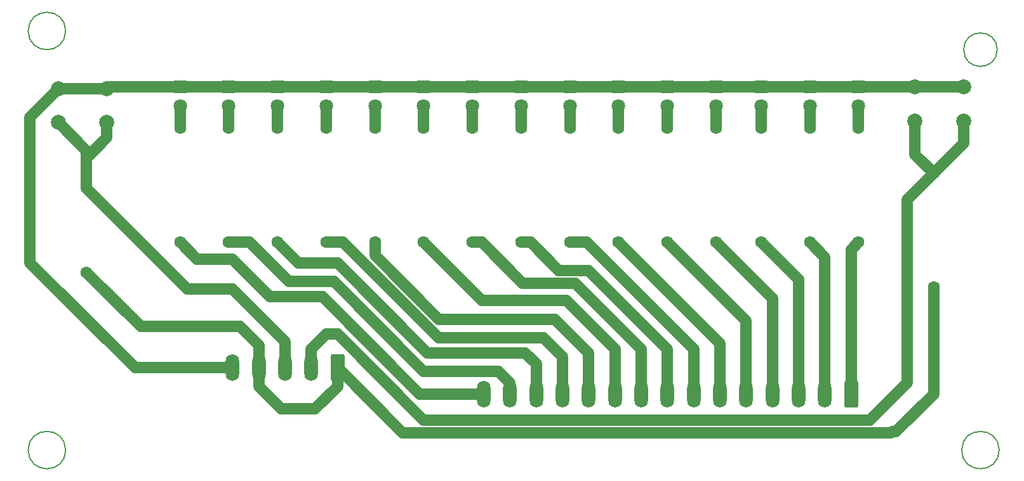
<source format=gbr>
%TF.GenerationSoftware,KiCad,Pcbnew,9.0.2*%
%TF.CreationDate,2025-11-24T17:40:38+01:00*%
%TF.ProjectId,juego-ping-pong,6a756567-6f2d-4706-996e-672d706f6e67,rev?*%
%TF.SameCoordinates,Original*%
%TF.FileFunction,Copper,L1,Top*%
%TF.FilePolarity,Positive*%
%FSLAX46Y46*%
G04 Gerber Fmt 4.6, Leading zero omitted, Abs format (unit mm)*
G04 Created by KiCad (PCBNEW 9.0.2) date 2025-11-24 17:40:38*
%MOMM*%
%LPD*%
G01*
G04 APERTURE LIST*
G04 Aperture macros list*
%AMRoundRect*
0 Rectangle with rounded corners*
0 $1 Rounding radius*
0 $2 $3 $4 $5 $6 $7 $8 $9 X,Y pos of 4 corners*
0 Add a 4 corners polygon primitive as box body*
4,1,4,$2,$3,$4,$5,$6,$7,$8,$9,$2,$3,0*
0 Add four circle primitives for the rounded corners*
1,1,$1+$1,$2,$3*
1,1,$1+$1,$4,$5*
1,1,$1+$1,$6,$7*
1,1,$1+$1,$8,$9*
0 Add four rect primitives between the rounded corners*
20,1,$1+$1,$2,$3,$4,$5,0*
20,1,$1+$1,$4,$5,$6,$7,0*
20,1,$1+$1,$6,$7,$8,$9,0*
20,1,$1+$1,$8,$9,$2,$3,0*%
G04 Aperture macros list end*
%TA.AperFunction,NonConductor*%
%ADD10C,0.200000*%
%TD*%
%TA.AperFunction,ComponentPad*%
%ADD11R,1.800000X1.800000*%
%TD*%
%TA.AperFunction,ComponentPad*%
%ADD12C,1.800000*%
%TD*%
%TA.AperFunction,ComponentPad*%
%ADD13C,1.600000*%
%TD*%
%TA.AperFunction,ComponentPad*%
%ADD14C,2.000000*%
%TD*%
%TA.AperFunction,ComponentPad*%
%ADD15RoundRect,0.250000X0.650000X1.550000X-0.650000X1.550000X-0.650000X-1.550000X0.650000X-1.550000X0*%
%TD*%
%TA.AperFunction,ComponentPad*%
%ADD16O,1.800000X3.600000*%
%TD*%
%TA.AperFunction,Conductor*%
%ADD17C,1.500000*%
%TD*%
G04 APERTURE END LIST*
D10*
X84000000Y-64500000D02*
G75*
G02*
X79000000Y-64500000I-2500000J0D01*
G01*
X79000000Y-64500000D02*
G75*
G02*
X84000000Y-64500000I2500000J0D01*
G01*
X84000000Y-120500000D02*
G75*
G02*
X79000000Y-120500000I-2500000J0D01*
G01*
X79000000Y-120500000D02*
G75*
G02*
X84000000Y-120500000I2500000J0D01*
G01*
X208500000Y-120500000D02*
G75*
G02*
X203500000Y-120500000I-2500000J0D01*
G01*
X203500000Y-120500000D02*
G75*
G02*
X208500000Y-120500000I2500000J0D01*
G01*
X208236068Y-67000000D02*
G75*
G02*
X203763932Y-67000000I-2236068J0D01*
G01*
X203763932Y-67000000D02*
G75*
G02*
X208236068Y-67000000I2236068J0D01*
G01*
D11*
%TO.P,D12,1,K*%
%TO.N,GND*%
X170750000Y-72000000D03*
D12*
%TO.P,D12,2,A*%
%TO.N,Net-(D12-A)*%
X170750000Y-74540000D03*
%TD*%
D13*
%TO.P,R7,1*%
%TO.N,Net-(J1-Pin_9)*%
X138250000Y-92740000D03*
%TO.P,R7,2*%
%TO.N,Net-(D7-A)*%
X138250000Y-77500000D03*
%TD*%
D11*
%TO.P,D2,1,K*%
%TO.N,GND*%
X105750000Y-72000000D03*
D12*
%TO.P,D2,2,A*%
%TO.N,Net-(D2-A)*%
X105750000Y-74540000D03*
%TD*%
D13*
%TO.P,R16,1*%
%TO.N,Net-(J2-Pin_1)*%
X86750000Y-96740000D03*
%TO.P,R16,2*%
%TO.N,/A4*%
X86750000Y-81500000D03*
%TD*%
%TO.P,R6,1*%
%TO.N,Net-(J1-Pin_10)*%
X131750000Y-92740000D03*
%TO.P,R6,2*%
%TO.N,Net-(D6-A)*%
X131750000Y-77500000D03*
%TD*%
%TO.P,R14,1*%
%TO.N,Net-(J1-Pin_2)*%
X183250000Y-92740000D03*
%TO.P,R14,2*%
%TO.N,Net-(D14-A)*%
X183250000Y-77500000D03*
%TD*%
%TO.P,R4,1*%
%TO.N,Net-(J1-Pin_12)*%
X118750000Y-92740000D03*
%TO.P,R4,2*%
%TO.N,Net-(D4-A)*%
X118750000Y-77500000D03*
%TD*%
%TO.P,R13,1*%
%TO.N,Net-(J1-Pin_3)*%
X176750000Y-92740000D03*
%TO.P,R13,2*%
%TO.N,Net-(D13-A)*%
X176750000Y-77500000D03*
%TD*%
%TO.P,R9,1*%
%TO.N,Net-(J1-Pin_7)*%
X151250000Y-92740000D03*
%TO.P,R9,2*%
%TO.N,Net-(D9-A)*%
X151250000Y-77500000D03*
%TD*%
D11*
%TO.P,D10,1,K*%
%TO.N,GND*%
X157750000Y-72000000D03*
D12*
%TO.P,D10,2,A*%
%TO.N,Net-(D10-A)*%
X157750000Y-74540000D03*
%TD*%
D11*
%TO.P,D15,1,K*%
%TO.N,GND*%
X189750000Y-72000000D03*
D12*
%TO.P,D15,2,A*%
%TO.N,Net-(D15-A)*%
X189750000Y-74540000D03*
%TD*%
D14*
%TO.P,P1,1,A*%
%TO.N,GND*%
X83000000Y-72250000D03*
X89500000Y-72250000D03*
%TO.P,P1,2,B*%
%TO.N,/A4*%
X83000000Y-76750000D03*
X89500000Y-76750000D03*
%TD*%
D13*
%TO.P,R8,1*%
%TO.N,Net-(J1-Pin_8)*%
X144750000Y-92740000D03*
%TO.P,R8,2*%
%TO.N,Net-(D8-A)*%
X144750000Y-77500000D03*
%TD*%
D11*
%TO.P,D8,1,K*%
%TO.N,GND*%
X144750000Y-72000000D03*
D12*
%TO.P,D8,2,A*%
%TO.N,Net-(D8-A)*%
X144750000Y-74540000D03*
%TD*%
D11*
%TO.P,D9,1,K*%
%TO.N,GND*%
X151250000Y-72000000D03*
D12*
%TO.P,D9,2,A*%
%TO.N,Net-(D9-A)*%
X151250000Y-74540000D03*
%TD*%
D13*
%TO.P,R2,1*%
%TO.N,Net-(J1-Pin_14)*%
X105750000Y-92740000D03*
%TO.P,R2,2*%
%TO.N,Net-(D2-A)*%
X105750000Y-77500000D03*
%TD*%
D11*
%TO.P,D5,1,K*%
%TO.N,GND*%
X125250000Y-72000000D03*
D12*
%TO.P,D5,2,A*%
%TO.N,Net-(D5-A)*%
X125250000Y-74540000D03*
%TD*%
D15*
%TO.P,J1,1,Pin_1*%
%TO.N,Net-(J1-Pin_1)*%
X188750000Y-113000000D03*
D16*
%TO.P,J1,2,Pin_2*%
%TO.N,Net-(J1-Pin_2)*%
X185250000Y-113000000D03*
%TO.P,J1,3,Pin_3*%
%TO.N,Net-(J1-Pin_3)*%
X181750000Y-113000000D03*
%TO.P,J1,4,Pin_4*%
%TO.N,Net-(J1-Pin_4)*%
X178250000Y-113000000D03*
%TO.P,J1,5,Pin_5*%
%TO.N,Net-(J1-Pin_5)*%
X174750000Y-113000000D03*
%TO.P,J1,6,Pin_6*%
%TO.N,Net-(J1-Pin_6)*%
X171250000Y-113000000D03*
%TO.P,J1,7,Pin_7*%
%TO.N,Net-(J1-Pin_7)*%
X167750000Y-113000000D03*
%TO.P,J1,8,Pin_8*%
%TO.N,Net-(J1-Pin_8)*%
X164250000Y-113000000D03*
%TO.P,J1,9,Pin_9*%
%TO.N,Net-(J1-Pin_9)*%
X160750000Y-113000000D03*
%TO.P,J1,10,Pin_10*%
%TO.N,Net-(J1-Pin_10)*%
X157250000Y-113000000D03*
%TO.P,J1,11,Pin_11*%
%TO.N,Net-(J1-Pin_11)*%
X153750000Y-113000000D03*
%TO.P,J1,12,Pin_12*%
%TO.N,Net-(J1-Pin_12)*%
X150250000Y-113000000D03*
%TO.P,J1,13,Pin_13*%
%TO.N,Net-(J1-Pin_13)*%
X146750000Y-113000000D03*
%TO.P,J1,14,Pin_14*%
%TO.N,Net-(J1-Pin_14)*%
X143250000Y-113000000D03*
%TO.P,J1,15,Pin_15*%
%TO.N,Net-(J1-Pin_15)*%
X139750000Y-113000000D03*
%TD*%
D13*
%TO.P,R1,1*%
%TO.N,Net-(J1-Pin_15)*%
X99250000Y-92740000D03*
%TO.P,R1,2*%
%TO.N,Net-(D1-A)*%
X99250000Y-77500000D03*
%TD*%
%TO.P,R15,1*%
%TO.N,Net-(J1-Pin_1)*%
X189750000Y-92740000D03*
%TO.P,R15,2*%
%TO.N,Net-(D15-A)*%
X189750000Y-77500000D03*
%TD*%
%TO.P,R11,1*%
%TO.N,Net-(J1-Pin_5)*%
X164250000Y-92740000D03*
%TO.P,R11,2*%
%TO.N,Net-(D11-A)*%
X164250000Y-77500000D03*
%TD*%
D14*
%TO.P,P2,1,A*%
%TO.N,GND*%
X197250000Y-72000000D03*
X203750000Y-72000000D03*
%TO.P,P2,2,B*%
%TO.N,/A5*%
X197250000Y-76500000D03*
X203750000Y-76500000D03*
%TD*%
D13*
%TO.P,R17,1*%
%TO.N,Net-(J2-Pin_1)*%
X199750000Y-98740000D03*
%TO.P,R17,2*%
%TO.N,/A5*%
X199750000Y-83500000D03*
%TD*%
D15*
%TO.P,J2,1,Pin_1*%
%TO.N,Net-(J2-Pin_1)*%
X120250000Y-109500000D03*
D16*
%TO.P,J2,2,Pin_2*%
%TO.N,/A5*%
X116750000Y-109500000D03*
%TO.P,J2,3,Pin_3*%
%TO.N,/A4*%
X113250000Y-109500000D03*
%TO.P,J2,4,Pin_4*%
%TO.N,Net-(J2-Pin_1)*%
X109750000Y-109500000D03*
%TO.P,J2,5,Pin_5*%
%TO.N,GND*%
X106250000Y-109500000D03*
%TD*%
D11*
%TO.P,D11,1,K*%
%TO.N,GND*%
X164250000Y-72000000D03*
D12*
%TO.P,D11,2,A*%
%TO.N,Net-(D11-A)*%
X164250000Y-74540000D03*
%TD*%
D11*
%TO.P,D13,1,K*%
%TO.N,GND*%
X176750000Y-72000000D03*
D12*
%TO.P,D13,2,A*%
%TO.N,Net-(D13-A)*%
X176750000Y-74540000D03*
%TD*%
D11*
%TO.P,D6,1,K*%
%TO.N,GND*%
X131750000Y-72000000D03*
D12*
%TO.P,D6,2,A*%
%TO.N,Net-(D6-A)*%
X131750000Y-74540000D03*
%TD*%
D13*
%TO.P,R3,1*%
%TO.N,Net-(J1-Pin_13)*%
X112250000Y-92740000D03*
%TO.P,R3,2*%
%TO.N,Net-(D3-A)*%
X112250000Y-77500000D03*
%TD*%
D11*
%TO.P,D1,1,K*%
%TO.N,GND*%
X99250000Y-72000000D03*
D12*
%TO.P,D1,2,A*%
%TO.N,Net-(D1-A)*%
X99250000Y-74540000D03*
%TD*%
D11*
%TO.P,D4,1,K*%
%TO.N,GND*%
X118750000Y-72000000D03*
D12*
%TO.P,D4,2,A*%
%TO.N,Net-(D4-A)*%
X118750000Y-74540000D03*
%TD*%
D11*
%TO.P,D14,1,K*%
%TO.N,GND*%
X183250000Y-72000000D03*
D12*
%TO.P,D14,2,A*%
%TO.N,Net-(D14-A)*%
X183250000Y-74540000D03*
%TD*%
D13*
%TO.P,R12,1*%
%TO.N,Net-(J1-Pin_4)*%
X170750000Y-92740000D03*
%TO.P,R12,2*%
%TO.N,Net-(D12-A)*%
X170750000Y-77500000D03*
%TD*%
%TO.P,R10,1*%
%TO.N,Net-(J1-Pin_6)*%
X157750000Y-92740000D03*
%TO.P,R10,2*%
%TO.N,Net-(D10-A)*%
X157750000Y-77500000D03*
%TD*%
D11*
%TO.P,D3,1,K*%
%TO.N,GND*%
X112250000Y-72000000D03*
D12*
%TO.P,D3,2,A*%
%TO.N,Net-(D3-A)*%
X112250000Y-74540000D03*
%TD*%
D13*
%TO.P,R5,1*%
%TO.N,Net-(J1-Pin_11)*%
X125250000Y-92740000D03*
%TO.P,R5,2*%
%TO.N,Net-(D5-A)*%
X125250000Y-77500000D03*
%TD*%
D11*
%TO.P,D7,1,K*%
%TO.N,GND*%
X138250000Y-72000000D03*
D12*
%TO.P,D7,2,A*%
%TO.N,Net-(D7-A)*%
X138250000Y-74540000D03*
%TD*%
D17*
%TO.N,Net-(D1-A)*%
X99250000Y-77500000D02*
X99250000Y-74540000D01*
%TO.N,GND*%
X112250000Y-72000000D02*
X105750000Y-72000000D01*
X203750000Y-72000000D02*
X197250000Y-72000000D01*
X151250000Y-72000000D02*
X144750000Y-72000000D01*
X79250000Y-95500000D02*
X79250000Y-76000000D01*
X89750000Y-72000000D02*
X89500000Y-72250000D01*
X170750000Y-72000000D02*
X164250000Y-72000000D01*
X197250000Y-72000000D02*
X189750000Y-72000000D01*
X164250000Y-72000000D02*
X157750000Y-72000000D01*
X157750000Y-72000000D02*
X151250000Y-72000000D01*
X106250000Y-109500000D02*
X93250000Y-109500000D01*
X105750000Y-72000000D02*
X99250000Y-72000000D01*
X79250000Y-76000000D02*
X83000000Y-72250000D01*
X89500000Y-72250000D02*
X83000000Y-72250000D01*
X176750000Y-72000000D02*
X170750000Y-72000000D01*
X138250000Y-72000000D02*
X131750000Y-72000000D01*
X144750000Y-72000000D02*
X138250000Y-72000000D01*
X125250000Y-72000000D02*
X118750000Y-72000000D01*
X131750000Y-72000000D02*
X125250000Y-72000000D01*
X189750000Y-72000000D02*
X183250000Y-72000000D01*
X93250000Y-109500000D02*
X79250000Y-95500000D01*
X183250000Y-72000000D02*
X176750000Y-72000000D01*
X118750000Y-72000000D02*
X112250000Y-72000000D01*
X99250000Y-72000000D02*
X89750000Y-72000000D01*
%TO.N,Net-(D2-A)*%
X105750000Y-77500000D02*
X105750000Y-74540000D01*
%TO.N,Net-(D3-A)*%
X112250000Y-77500000D02*
X112250000Y-74540000D01*
%TO.N,Net-(D4-A)*%
X118750000Y-77500000D02*
X118750000Y-74540000D01*
%TO.N,Net-(D5-A)*%
X125250000Y-77500000D02*
X125250000Y-74540000D01*
%TO.N,Net-(D6-A)*%
X131750000Y-77500000D02*
X131750000Y-74540000D01*
%TO.N,Net-(D7-A)*%
X138250000Y-77500000D02*
X138250000Y-74540000D01*
%TO.N,Net-(D8-A)*%
X144750000Y-77500000D02*
X144750000Y-74540000D01*
%TO.N,Net-(D9-A)*%
X151250000Y-77500000D02*
X151250000Y-74540000D01*
%TO.N,Net-(D10-A)*%
X157750000Y-77500000D02*
X157750000Y-74540000D01*
%TO.N,Net-(D11-A)*%
X164250000Y-77500000D02*
X164250000Y-74540000D01*
%TO.N,Net-(D12-A)*%
X170750000Y-77500000D02*
X170750000Y-74540000D01*
%TO.N,Net-(D13-A)*%
X176750000Y-77500000D02*
X176750000Y-74540000D01*
%TO.N,Net-(D14-A)*%
X183250000Y-77500000D02*
X183250000Y-74540000D01*
%TO.N,Net-(D15-A)*%
X189750000Y-77500000D02*
X189750000Y-74540000D01*
%TO.N,Net-(J1-Pin_11)*%
X153750000Y-107500000D02*
X153750000Y-113000000D01*
X125250000Y-94500000D02*
X133750000Y-103000000D01*
X125250000Y-92740000D02*
X125250000Y-94500000D01*
X133750000Y-103000000D02*
X149250000Y-103000000D01*
X149250000Y-103000000D02*
X153750000Y-107500000D01*
%TO.N,Net-(J1-Pin_8)*%
X164250000Y-107000000D02*
X164250000Y-113000000D01*
X153750000Y-96500000D02*
X164250000Y-107000000D01*
X144750000Y-92740000D02*
X145990000Y-92740000D01*
X145990000Y-92740000D02*
X149750000Y-96500000D01*
X149750000Y-96500000D02*
X153750000Y-96500000D01*
%TO.N,Net-(J1-Pin_14)*%
X113750000Y-98000000D02*
X119750000Y-98000000D01*
X131750000Y-110000000D02*
X141750000Y-110000000D01*
X105750000Y-92740000D02*
X108490000Y-92740000D01*
X108490000Y-92740000D02*
X113750000Y-98000000D01*
X143250000Y-111500000D02*
X143250000Y-113000000D01*
X119750000Y-98000000D02*
X131750000Y-110000000D01*
X141750000Y-110000000D02*
X143250000Y-111500000D01*
%TO.N,Net-(J1-Pin_4)*%
X170750000Y-92740000D02*
X178250000Y-100240000D01*
X178250000Y-100240000D02*
X178250000Y-113000000D01*
%TO.N,Net-(J1-Pin_1)*%
X188750000Y-93740000D02*
X188750000Y-113000000D01*
X189750000Y-92740000D02*
X188750000Y-93740000D01*
%TO.N,Net-(J1-Pin_5)*%
X174750000Y-103240000D02*
X174750000Y-113000000D01*
X164250000Y-92740000D02*
X174750000Y-103240000D01*
%TO.N,Net-(J1-Pin_2)*%
X183250000Y-92740000D02*
X185250000Y-94740000D01*
X185250000Y-94740000D02*
X185250000Y-113000000D01*
%TO.N,Net-(J1-Pin_13)*%
X145250000Y-107500000D02*
X132250000Y-107500000D01*
X132250000Y-107500000D02*
X120250000Y-95500000D01*
X146750000Y-109000000D02*
X145250000Y-107500000D01*
X146750000Y-113000000D02*
X146750000Y-109000000D01*
X115010000Y-95500000D02*
X112250000Y-92740000D01*
X120250000Y-95500000D02*
X115010000Y-95500000D01*
%TO.N,Net-(J1-Pin_3)*%
X176750000Y-92740000D02*
X181750000Y-97740000D01*
X181750000Y-97740000D02*
X181750000Y-113000000D01*
%TO.N,Net-(J1-Pin_12)*%
X147750000Y-105500000D02*
X133750000Y-105500000D01*
X120990000Y-92740000D02*
X118750000Y-92740000D01*
X150250000Y-113000000D02*
X150250000Y-108000000D01*
X133750000Y-105500000D02*
X120990000Y-92740000D01*
X150250000Y-108000000D02*
X147750000Y-105500000D01*
%TO.N,Net-(J1-Pin_7)*%
X151250000Y-92740000D02*
X153490000Y-92740000D01*
X153490000Y-92740000D02*
X167750000Y-107000000D01*
X167750000Y-107000000D02*
X167750000Y-113000000D01*
%TO.N,Net-(J1-Pin_6)*%
X157750000Y-92740000D02*
X171250000Y-106240000D01*
X171250000Y-106240000D02*
X171250000Y-113000000D01*
%TO.N,Net-(J1-Pin_15)*%
X139750000Y-113000000D02*
X131250000Y-113000000D01*
X101510000Y-95000000D02*
X99250000Y-92740000D01*
X106250000Y-95000000D02*
X101510000Y-95000000D01*
X118250000Y-100000000D02*
X111250000Y-100000000D01*
X131250000Y-113000000D02*
X118250000Y-100000000D01*
X111250000Y-100000000D02*
X106250000Y-95000000D01*
%TO.N,Net-(J1-Pin_9)*%
X144951000Y-98201000D02*
X151951000Y-98201000D01*
X151951000Y-98201000D02*
X160750000Y-107000000D01*
X138250000Y-92740000D02*
X139490000Y-92740000D01*
X160750000Y-107000000D02*
X160750000Y-113000000D01*
X139490000Y-92740000D02*
X144951000Y-98201000D01*
%TO.N,Net-(J1-Pin_10)*%
X139510000Y-100500000D02*
X150750000Y-100500000D01*
X157250000Y-107000000D02*
X157250000Y-113000000D01*
X131750000Y-92740000D02*
X139510000Y-100500000D01*
X150750000Y-100500000D02*
X157250000Y-107000000D01*
%TO.N,Net-(J2-Pin_1)*%
X120250000Y-109500000D02*
X120250000Y-112000000D01*
X120250000Y-109500000D02*
X128951000Y-118201000D01*
X109750000Y-109500000D02*
X109750000Y-106500000D01*
X199750000Y-113000000D02*
X199750000Y-98740000D01*
X109750000Y-106500000D02*
X107250000Y-104000000D01*
X117250000Y-115000000D02*
X112750000Y-115000000D01*
X109750000Y-112000000D02*
X109750000Y-109500000D01*
X94010000Y-104000000D02*
X86750000Y-96740000D01*
X194250000Y-118000000D02*
X194750000Y-118000000D01*
X120250000Y-112000000D02*
X117250000Y-115000000D01*
X112750000Y-115000000D02*
X109750000Y-112000000D01*
X194750000Y-118000000D02*
X199750000Y-113000000D01*
X194049000Y-118201000D02*
X194250000Y-118000000D01*
X107250000Y-104000000D02*
X94010000Y-104000000D01*
X128951000Y-118201000D02*
X194049000Y-118201000D01*
%TO.N,/A4*%
X86750000Y-80500000D02*
X83000000Y-76750000D01*
X86750000Y-85500000D02*
X86750000Y-81500000D01*
X89500000Y-76750000D02*
X89500000Y-78750000D01*
X86750000Y-81500000D02*
X86750000Y-80500000D01*
X113250000Y-106000000D02*
X106250000Y-99000000D01*
X113250000Y-109500000D02*
X113250000Y-106000000D01*
X89500000Y-78750000D02*
X86750000Y-81500000D01*
X100250000Y-99000000D02*
X86750000Y-85500000D01*
X106250000Y-99000000D02*
X100250000Y-99000000D01*
%TO.N,/A5*%
X203750000Y-79500000D02*
X203750000Y-76500000D01*
X118750000Y-105000000D02*
X116750000Y-107000000D01*
X116750000Y-107000000D02*
X116750000Y-109500000D01*
X196250000Y-87000000D02*
X196250000Y-111500000D01*
X197250000Y-81000000D02*
X199750000Y-83500000D01*
X191250000Y-116500000D02*
X131750000Y-116500000D01*
X120250000Y-105000000D02*
X118750000Y-105000000D01*
X199750000Y-83500000D02*
X196250000Y-87000000D01*
X197250000Y-76500000D02*
X197250000Y-81000000D01*
X199750000Y-83500000D02*
X203750000Y-79500000D01*
X196250000Y-111500000D02*
X191250000Y-116500000D01*
X131750000Y-116500000D02*
X120250000Y-105000000D01*
%TD*%
M02*

</source>
